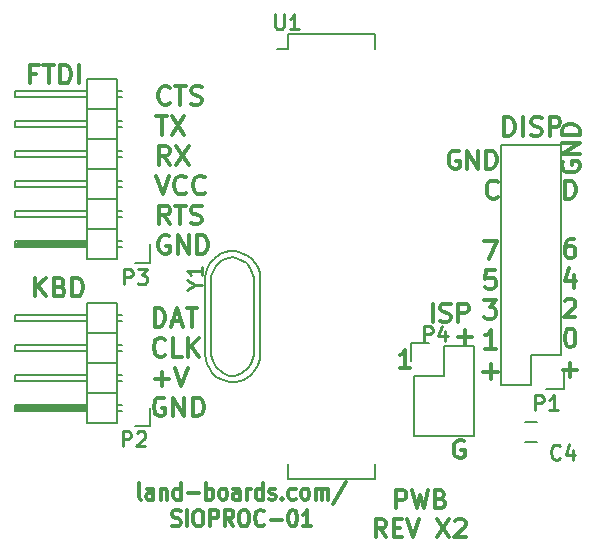
<source format=gto>
G04 #@! TF.FileFunction,Legend,Top*
%FSLAX46Y46*%
G04 Gerber Fmt 4.6, Leading zero omitted, Abs format (unit mm)*
G04 Created by KiCad (PCBNEW 4.0.1-stable) date 12/26/2016 4:33:45 PM*
%MOMM*%
G01*
G04 APERTURE LIST*
%ADD10C,0.150000*%
%ADD11C,0.304800*%
%ADD12C,0.254000*%
G04 APERTURE END LIST*
D10*
D11*
X191298286Y-109909429D02*
X191298286Y-108385429D01*
X191951429Y-109836857D02*
X192169143Y-109909429D01*
X192532000Y-109909429D01*
X192677143Y-109836857D01*
X192749714Y-109764286D01*
X192822286Y-109619143D01*
X192822286Y-109474000D01*
X192749714Y-109328857D01*
X192677143Y-109256286D01*
X192532000Y-109183714D01*
X192241714Y-109111143D01*
X192096572Y-109038571D01*
X192024000Y-108966000D01*
X191951429Y-108820857D01*
X191951429Y-108675714D01*
X192024000Y-108530571D01*
X192096572Y-108458000D01*
X192241714Y-108385429D01*
X192604572Y-108385429D01*
X192822286Y-108458000D01*
X193475429Y-109909429D02*
X193475429Y-108385429D01*
X194056001Y-108385429D01*
X194201143Y-108458000D01*
X194273715Y-108530571D01*
X194346286Y-108675714D01*
X194346286Y-108893429D01*
X194273715Y-109038571D01*
X194201143Y-109111143D01*
X194056001Y-109183714D01*
X193475429Y-109183714D01*
X193475429Y-111233857D02*
X194636572Y-111233857D01*
X194056001Y-111814429D02*
X194056001Y-110653286D01*
X193947143Y-120015000D02*
X193802000Y-119942429D01*
X193584286Y-119942429D01*
X193366571Y-120015000D01*
X193221429Y-120160143D01*
X193148857Y-120305286D01*
X193076286Y-120595571D01*
X193076286Y-120813286D01*
X193148857Y-121103571D01*
X193221429Y-121248714D01*
X193366571Y-121393857D01*
X193584286Y-121466429D01*
X193729429Y-121466429D01*
X193947143Y-121393857D01*
X194019714Y-121321286D01*
X194019714Y-120813286D01*
X193729429Y-120813286D01*
X189411429Y-113846429D02*
X188540572Y-113846429D01*
X188976000Y-113846429D02*
X188976000Y-112322429D01*
X188830857Y-112540143D01*
X188685715Y-112685286D01*
X188540572Y-112757857D01*
X193529858Y-95504000D02*
X193384715Y-95431429D01*
X193167001Y-95431429D01*
X192949286Y-95504000D01*
X192804144Y-95649143D01*
X192731572Y-95794286D01*
X192659001Y-96084571D01*
X192659001Y-96302286D01*
X192731572Y-96592571D01*
X192804144Y-96737714D01*
X192949286Y-96882857D01*
X193167001Y-96955429D01*
X193312144Y-96955429D01*
X193529858Y-96882857D01*
X193602429Y-96810286D01*
X193602429Y-96302286D01*
X193312144Y-96302286D01*
X194255572Y-96955429D02*
X194255572Y-95431429D01*
X195126429Y-96955429D01*
X195126429Y-95431429D01*
X195852143Y-96955429D02*
X195852143Y-95431429D01*
X196215000Y-95431429D01*
X196432715Y-95504000D01*
X196577857Y-95649143D01*
X196650429Y-95794286D01*
X196723000Y-96084571D01*
X196723000Y-96302286D01*
X196650429Y-96592571D01*
X196577857Y-96737714D01*
X196432715Y-96882857D01*
X196215000Y-96955429D01*
X195852143Y-96955429D01*
X167763976Y-110338205D02*
X167763976Y-108750705D01*
X168141952Y-108750705D01*
X168368738Y-108826300D01*
X168519929Y-108977490D01*
X168595524Y-109128681D01*
X168671119Y-109431062D01*
X168671119Y-109657848D01*
X168595524Y-109960229D01*
X168519929Y-110111419D01*
X168368738Y-110262610D01*
X168141952Y-110338205D01*
X167763976Y-110338205D01*
X169275881Y-109884633D02*
X170031833Y-109884633D01*
X169124690Y-110338205D02*
X169653857Y-108750705D01*
X170183024Y-110338205D01*
X170485404Y-108750705D02*
X171392547Y-108750705D01*
X170938976Y-110338205D02*
X170938976Y-108750705D01*
X168671119Y-112714314D02*
X168595524Y-112789910D01*
X168368738Y-112865505D01*
X168217548Y-112865505D01*
X167990762Y-112789910D01*
X167839571Y-112638719D01*
X167763976Y-112487529D01*
X167688381Y-112185148D01*
X167688381Y-111958362D01*
X167763976Y-111655981D01*
X167839571Y-111504790D01*
X167990762Y-111353600D01*
X168217548Y-111278005D01*
X168368738Y-111278005D01*
X168595524Y-111353600D01*
X168671119Y-111429195D01*
X170107429Y-112865505D02*
X169351476Y-112865505D01*
X169351476Y-111278005D01*
X170636595Y-112865505D02*
X170636595Y-111278005D01*
X171543738Y-112865505D02*
X170863381Y-111958362D01*
X171543738Y-111278005D02*
X170636595Y-112185148D01*
X167763976Y-114788043D02*
X168973500Y-114788043D01*
X168368738Y-115392805D02*
X168368738Y-114183281D01*
X169502666Y-113805305D02*
X170031833Y-115392805D01*
X170561000Y-113805305D01*
X168595524Y-116408200D02*
X168444333Y-116332605D01*
X168217548Y-116332605D01*
X167990762Y-116408200D01*
X167839571Y-116559390D01*
X167763976Y-116710581D01*
X167688381Y-117012962D01*
X167688381Y-117239748D01*
X167763976Y-117542129D01*
X167839571Y-117693319D01*
X167990762Y-117844510D01*
X168217548Y-117920105D01*
X168368738Y-117920105D01*
X168595524Y-117844510D01*
X168671119Y-117768914D01*
X168671119Y-117239748D01*
X168368738Y-117239748D01*
X169351476Y-117920105D02*
X169351476Y-116332605D01*
X170258619Y-117920105D01*
X170258619Y-116332605D01*
X171014571Y-117920105D02*
X171014571Y-116332605D01*
X171392547Y-116332605D01*
X171619333Y-116408200D01*
X171770524Y-116559390D01*
X171846119Y-116710581D01*
X171921714Y-117012962D01*
X171921714Y-117239748D01*
X171846119Y-117542129D01*
X171770524Y-117693319D01*
X171619333Y-117844510D01*
X171392547Y-117920105D01*
X171014571Y-117920105D01*
X197354976Y-94190155D02*
X197354976Y-92602655D01*
X197732952Y-92602655D01*
X197959738Y-92678250D01*
X198110929Y-92829440D01*
X198186524Y-92980631D01*
X198262119Y-93283012D01*
X198262119Y-93509798D01*
X198186524Y-93812179D01*
X198110929Y-93963369D01*
X197959738Y-94114560D01*
X197732952Y-94190155D01*
X197354976Y-94190155D01*
X198942476Y-94190155D02*
X198942476Y-92602655D01*
X199622833Y-94114560D02*
X199849619Y-94190155D01*
X200227595Y-94190155D01*
X200378785Y-94114560D01*
X200454381Y-94038964D01*
X200529976Y-93887774D01*
X200529976Y-93736583D01*
X200454381Y-93585393D01*
X200378785Y-93509798D01*
X200227595Y-93434202D01*
X199925214Y-93358607D01*
X199774023Y-93283012D01*
X199698428Y-93207417D01*
X199622833Y-93056226D01*
X199622833Y-92905036D01*
X199698428Y-92753845D01*
X199774023Y-92678250D01*
X199925214Y-92602655D01*
X200303190Y-92602655D01*
X200529976Y-92678250D01*
X201210333Y-94190155D02*
X201210333Y-92602655D01*
X201815095Y-92602655D01*
X201966286Y-92678250D01*
X202041881Y-92753845D01*
X202117476Y-92905036D01*
X202117476Y-93131821D01*
X202041881Y-93283012D01*
X201966286Y-93358607D01*
X201815095Y-93434202D01*
X201210333Y-93434202D01*
X157635726Y-107779155D02*
X157635726Y-106191655D01*
X158542869Y-107779155D02*
X157862512Y-106872012D01*
X158542869Y-106191655D02*
X157635726Y-107098798D01*
X159752393Y-106947607D02*
X159979179Y-107023202D01*
X160054774Y-107098798D01*
X160130369Y-107249988D01*
X160130369Y-107476774D01*
X160054774Y-107627964D01*
X159979179Y-107703560D01*
X159827988Y-107779155D01*
X159223226Y-107779155D01*
X159223226Y-106191655D01*
X159752393Y-106191655D01*
X159903583Y-106267250D01*
X159979179Y-106342845D01*
X160054774Y-106494036D01*
X160054774Y-106645226D01*
X159979179Y-106796417D01*
X159903583Y-106872012D01*
X159752393Y-106947607D01*
X159223226Y-106947607D01*
X160810726Y-107779155D02*
X160810726Y-106191655D01*
X161188702Y-106191655D01*
X161415488Y-106267250D01*
X161566679Y-106418440D01*
X161642274Y-106569631D01*
X161717869Y-106872012D01*
X161717869Y-107098798D01*
X161642274Y-107401179D01*
X161566679Y-107552369D01*
X161415488Y-107703560D01*
X161188702Y-107779155D01*
X160810726Y-107779155D01*
X157752143Y-88913607D02*
X157222976Y-88913607D01*
X157222976Y-89745155D02*
X157222976Y-88157655D01*
X157978929Y-88157655D01*
X158356904Y-88157655D02*
X159264047Y-88157655D01*
X158810476Y-89745155D02*
X158810476Y-88157655D01*
X159793214Y-89745155D02*
X159793214Y-88157655D01*
X160171190Y-88157655D01*
X160397976Y-88233250D01*
X160549167Y-88384440D01*
X160624762Y-88535631D01*
X160700357Y-88838012D01*
X160700357Y-89064798D01*
X160624762Y-89367179D01*
X160549167Y-89518369D01*
X160397976Y-89669560D01*
X160171190Y-89745155D01*
X159793214Y-89745155D01*
X161380714Y-89745155D02*
X161380714Y-88157655D01*
X169052119Y-91403714D02*
X168976524Y-91479310D01*
X168749738Y-91554905D01*
X168598548Y-91554905D01*
X168371762Y-91479310D01*
X168220571Y-91328119D01*
X168144976Y-91176929D01*
X168069381Y-90874548D01*
X168069381Y-90647762D01*
X168144976Y-90345381D01*
X168220571Y-90194190D01*
X168371762Y-90043000D01*
X168598548Y-89967405D01*
X168749738Y-89967405D01*
X168976524Y-90043000D01*
X169052119Y-90118595D01*
X169505690Y-89967405D02*
X170412833Y-89967405D01*
X169959262Y-91554905D02*
X169959262Y-89967405D01*
X170866405Y-91479310D02*
X171093191Y-91554905D01*
X171471167Y-91554905D01*
X171622357Y-91479310D01*
X171697953Y-91403714D01*
X171773548Y-91252524D01*
X171773548Y-91101333D01*
X171697953Y-90950143D01*
X171622357Y-90874548D01*
X171471167Y-90798952D01*
X171168786Y-90723357D01*
X171017595Y-90647762D01*
X170942000Y-90572167D01*
X170866405Y-90420976D01*
X170866405Y-90269786D01*
X170942000Y-90118595D01*
X171017595Y-90043000D01*
X171168786Y-89967405D01*
X171546762Y-89967405D01*
X171773548Y-90043000D01*
X167918190Y-92494705D02*
X168825333Y-92494705D01*
X168371762Y-94082205D02*
X168371762Y-92494705D01*
X169203310Y-92494705D02*
X170261643Y-94082205D01*
X170261643Y-92494705D02*
X169203310Y-94082205D01*
X169052119Y-96609505D02*
X168522952Y-95853552D01*
X168144976Y-96609505D02*
X168144976Y-95022005D01*
X168749738Y-95022005D01*
X168900929Y-95097600D01*
X168976524Y-95173195D01*
X169052119Y-95324386D01*
X169052119Y-95551171D01*
X168976524Y-95702362D01*
X168900929Y-95777957D01*
X168749738Y-95853552D01*
X168144976Y-95853552D01*
X169581286Y-95022005D02*
X170639619Y-96609505D01*
X170639619Y-95022005D02*
X169581286Y-96609505D01*
X167918190Y-97549305D02*
X168447357Y-99136805D01*
X168976524Y-97549305D01*
X170412833Y-98985614D02*
X170337238Y-99061210D01*
X170110452Y-99136805D01*
X169959262Y-99136805D01*
X169732476Y-99061210D01*
X169581285Y-98910019D01*
X169505690Y-98758829D01*
X169430095Y-98456448D01*
X169430095Y-98229662D01*
X169505690Y-97927281D01*
X169581285Y-97776090D01*
X169732476Y-97624900D01*
X169959262Y-97549305D01*
X170110452Y-97549305D01*
X170337238Y-97624900D01*
X170412833Y-97700495D01*
X172000333Y-98985614D02*
X171924738Y-99061210D01*
X171697952Y-99136805D01*
X171546762Y-99136805D01*
X171319976Y-99061210D01*
X171168785Y-98910019D01*
X171093190Y-98758829D01*
X171017595Y-98456448D01*
X171017595Y-98229662D01*
X171093190Y-97927281D01*
X171168785Y-97776090D01*
X171319976Y-97624900D01*
X171546762Y-97549305D01*
X171697952Y-97549305D01*
X171924738Y-97624900D01*
X172000333Y-97700495D01*
X169052119Y-101664105D02*
X168522952Y-100908152D01*
X168144976Y-101664105D02*
X168144976Y-100076605D01*
X168749738Y-100076605D01*
X168900929Y-100152200D01*
X168976524Y-100227795D01*
X169052119Y-100378986D01*
X169052119Y-100605771D01*
X168976524Y-100756962D01*
X168900929Y-100832557D01*
X168749738Y-100908152D01*
X168144976Y-100908152D01*
X169505690Y-100076605D02*
X170412833Y-100076605D01*
X169959262Y-101664105D02*
X169959262Y-100076605D01*
X170866405Y-101588510D02*
X171093191Y-101664105D01*
X171471167Y-101664105D01*
X171622357Y-101588510D01*
X171697953Y-101512914D01*
X171773548Y-101361724D01*
X171773548Y-101210533D01*
X171697953Y-101059343D01*
X171622357Y-100983748D01*
X171471167Y-100908152D01*
X171168786Y-100832557D01*
X171017595Y-100756962D01*
X170942000Y-100681367D01*
X170866405Y-100530176D01*
X170866405Y-100378986D01*
X170942000Y-100227795D01*
X171017595Y-100152200D01*
X171168786Y-100076605D01*
X171546762Y-100076605D01*
X171773548Y-100152200D01*
X168976524Y-102679500D02*
X168825333Y-102603905D01*
X168598548Y-102603905D01*
X168371762Y-102679500D01*
X168220571Y-102830690D01*
X168144976Y-102981881D01*
X168069381Y-103284262D01*
X168069381Y-103511048D01*
X168144976Y-103813429D01*
X168220571Y-103964619D01*
X168371762Y-104115810D01*
X168598548Y-104191405D01*
X168749738Y-104191405D01*
X168976524Y-104115810D01*
X169052119Y-104040214D01*
X169052119Y-103511048D01*
X168749738Y-103511048D01*
X169732476Y-104191405D02*
X169732476Y-102603905D01*
X170639619Y-104191405D01*
X170639619Y-102603905D01*
X171395571Y-104191405D02*
X171395571Y-102603905D01*
X171773547Y-102603905D01*
X172000333Y-102679500D01*
X172151524Y-102830690D01*
X172227119Y-102981881D01*
X172302714Y-103284262D01*
X172302714Y-103511048D01*
X172227119Y-103813429D01*
X172151524Y-103964619D01*
X172000333Y-104115810D01*
X171773547Y-104191405D01*
X171395571Y-104191405D01*
X202546857Y-99495429D02*
X202546857Y-97971429D01*
X202909714Y-97971429D01*
X203127429Y-98044000D01*
X203272571Y-98189143D01*
X203345143Y-98334286D01*
X203417714Y-98624571D01*
X203417714Y-98842286D01*
X203345143Y-99132571D01*
X203272571Y-99277714D01*
X203127429Y-99422857D01*
X202909714Y-99495429D01*
X202546857Y-99495429D01*
X195685834Y-103042055D02*
X196744167Y-103042055D01*
X196063810Y-104629555D01*
X196592977Y-105569355D02*
X195837024Y-105569355D01*
X195761429Y-106325307D01*
X195837024Y-106249712D01*
X195988215Y-106174117D01*
X196366191Y-106174117D01*
X196517381Y-106249712D01*
X196592977Y-106325307D01*
X196668572Y-106476498D01*
X196668572Y-106854474D01*
X196592977Y-107005664D01*
X196517381Y-107081260D01*
X196366191Y-107156855D01*
X195988215Y-107156855D01*
X195837024Y-107081260D01*
X195761429Y-107005664D01*
X195685834Y-108096655D02*
X196668572Y-108096655D01*
X196139405Y-108701417D01*
X196366191Y-108701417D01*
X196517381Y-108777012D01*
X196592977Y-108852607D01*
X196668572Y-109003798D01*
X196668572Y-109381774D01*
X196592977Y-109532964D01*
X196517381Y-109608560D01*
X196366191Y-109684155D01*
X195912619Y-109684155D01*
X195761429Y-109608560D01*
X195685834Y-109532964D01*
X196668572Y-112211455D02*
X195761429Y-112211455D01*
X196215000Y-112211455D02*
X196215000Y-110623955D01*
X196063810Y-110850740D01*
X195912619Y-111001931D01*
X195761429Y-111077526D01*
X195610238Y-114133993D02*
X196819762Y-114133993D01*
X196215000Y-114738755D02*
X196215000Y-113529231D01*
X203248381Y-102915055D02*
X202946000Y-102915055D01*
X202794810Y-102990650D01*
X202719215Y-103066245D01*
X202568024Y-103293031D01*
X202492429Y-103595412D01*
X202492429Y-104200174D01*
X202568024Y-104351364D01*
X202643619Y-104426960D01*
X202794810Y-104502555D01*
X203097191Y-104502555D01*
X203248381Y-104426960D01*
X203323977Y-104351364D01*
X203399572Y-104200174D01*
X203399572Y-103822198D01*
X203323977Y-103671007D01*
X203248381Y-103595412D01*
X203097191Y-103519817D01*
X202794810Y-103519817D01*
X202643619Y-103595412D01*
X202568024Y-103671007D01*
X202492429Y-103822198D01*
X203248381Y-105971521D02*
X203248381Y-107029855D01*
X202870405Y-105366760D02*
X202492429Y-106500688D01*
X203475167Y-106500688D01*
X202492429Y-108120845D02*
X202568024Y-108045250D01*
X202719215Y-107969655D01*
X203097191Y-107969655D01*
X203248381Y-108045250D01*
X203323977Y-108120845D01*
X203399572Y-108272036D01*
X203399572Y-108423226D01*
X203323977Y-108650012D01*
X202416834Y-109557155D01*
X203399572Y-109557155D01*
X202870405Y-110496955D02*
X203021596Y-110496955D01*
X203172786Y-110572550D01*
X203248381Y-110648145D01*
X203323977Y-110799336D01*
X203399572Y-111101717D01*
X203399572Y-111479693D01*
X203323977Y-111782074D01*
X203248381Y-111933264D01*
X203172786Y-112008860D01*
X203021596Y-112084455D01*
X202870405Y-112084455D01*
X202719215Y-112008860D01*
X202643619Y-111933264D01*
X202568024Y-111782074D01*
X202492429Y-111479693D01*
X202492429Y-111101717D01*
X202568024Y-110799336D01*
X202643619Y-110648145D01*
X202719215Y-110572550D01*
X202870405Y-110496955D01*
X202341238Y-114006993D02*
X203550762Y-114006993D01*
X202946000Y-114611755D02*
X202946000Y-113402231D01*
X196813714Y-99350286D02*
X196741143Y-99422857D01*
X196523429Y-99495429D01*
X196378286Y-99495429D01*
X196160571Y-99422857D01*
X196015429Y-99277714D01*
X195942857Y-99132571D01*
X195870286Y-98842286D01*
X195870286Y-98624571D01*
X195942857Y-98334286D01*
X196015429Y-98189143D01*
X196160571Y-98044000D01*
X196378286Y-97971429D01*
X196523429Y-97971429D01*
X196741143Y-98044000D01*
X196813714Y-98116571D01*
X202311000Y-96411142D02*
X202238429Y-96556285D01*
X202238429Y-96773999D01*
X202311000Y-96991714D01*
X202456143Y-97136856D01*
X202601286Y-97209428D01*
X202891571Y-97281999D01*
X203109286Y-97281999D01*
X203399571Y-97209428D01*
X203544714Y-97136856D01*
X203689857Y-96991714D01*
X203762429Y-96773999D01*
X203762429Y-96628856D01*
X203689857Y-96411142D01*
X203617286Y-96338571D01*
X203109286Y-96338571D01*
X203109286Y-96628856D01*
X203762429Y-95685428D02*
X202238429Y-95685428D01*
X203762429Y-94814571D01*
X202238429Y-94814571D01*
X203762429Y-94088857D02*
X202238429Y-94088857D01*
X202238429Y-93726000D01*
X202311000Y-93508285D01*
X202456143Y-93363143D01*
X202601286Y-93290571D01*
X202891571Y-93218000D01*
X203109286Y-93218000D01*
X203399571Y-93290571D01*
X203544714Y-93363143D01*
X203689857Y-93508285D01*
X203762429Y-93726000D01*
X203762429Y-94088857D01*
X166636095Y-124977676D02*
X166515142Y-124911152D01*
X166454666Y-124778105D01*
X166454666Y-123580676D01*
X167664190Y-124977676D02*
X167664190Y-124245914D01*
X167603713Y-124112867D01*
X167482761Y-124046343D01*
X167240856Y-124046343D01*
X167119904Y-124112867D01*
X167664190Y-124911152D02*
X167543237Y-124977676D01*
X167240856Y-124977676D01*
X167119904Y-124911152D01*
X167059428Y-124778105D01*
X167059428Y-124645057D01*
X167119904Y-124512010D01*
X167240856Y-124445486D01*
X167543237Y-124445486D01*
X167664190Y-124378962D01*
X168268952Y-124046343D02*
X168268952Y-124977676D01*
X168268952Y-124179390D02*
X168329428Y-124112867D01*
X168450381Y-124046343D01*
X168631809Y-124046343D01*
X168752761Y-124112867D01*
X168813238Y-124245914D01*
X168813238Y-124977676D01*
X169962286Y-124977676D02*
X169962286Y-123580676D01*
X169962286Y-124911152D02*
X169841333Y-124977676D01*
X169599429Y-124977676D01*
X169478476Y-124911152D01*
X169418000Y-124844629D01*
X169357524Y-124711581D01*
X169357524Y-124312438D01*
X169418000Y-124179390D01*
X169478476Y-124112867D01*
X169599429Y-124046343D01*
X169841333Y-124046343D01*
X169962286Y-124112867D01*
X170567048Y-124445486D02*
X171534667Y-124445486D01*
X172139429Y-124977676D02*
X172139429Y-123580676D01*
X172139429Y-124112867D02*
X172260381Y-124046343D01*
X172502286Y-124046343D01*
X172623238Y-124112867D01*
X172683715Y-124179390D01*
X172744191Y-124312438D01*
X172744191Y-124711581D01*
X172683715Y-124844629D01*
X172623238Y-124911152D01*
X172502286Y-124977676D01*
X172260381Y-124977676D01*
X172139429Y-124911152D01*
X173469906Y-124977676D02*
X173348953Y-124911152D01*
X173288477Y-124844629D01*
X173228001Y-124711581D01*
X173228001Y-124312438D01*
X173288477Y-124179390D01*
X173348953Y-124112867D01*
X173469906Y-124046343D01*
X173651334Y-124046343D01*
X173772286Y-124112867D01*
X173832763Y-124179390D01*
X173893239Y-124312438D01*
X173893239Y-124711581D01*
X173832763Y-124844629D01*
X173772286Y-124911152D01*
X173651334Y-124977676D01*
X173469906Y-124977676D01*
X174981811Y-124977676D02*
X174981811Y-124245914D01*
X174921334Y-124112867D01*
X174800382Y-124046343D01*
X174558477Y-124046343D01*
X174437525Y-124112867D01*
X174981811Y-124911152D02*
X174860858Y-124977676D01*
X174558477Y-124977676D01*
X174437525Y-124911152D01*
X174377049Y-124778105D01*
X174377049Y-124645057D01*
X174437525Y-124512010D01*
X174558477Y-124445486D01*
X174860858Y-124445486D01*
X174981811Y-124378962D01*
X175586573Y-124977676D02*
X175586573Y-124046343D01*
X175586573Y-124312438D02*
X175647049Y-124179390D01*
X175707525Y-124112867D01*
X175828478Y-124046343D01*
X175949430Y-124046343D01*
X176917049Y-124977676D02*
X176917049Y-123580676D01*
X176917049Y-124911152D02*
X176796096Y-124977676D01*
X176554192Y-124977676D01*
X176433239Y-124911152D01*
X176372763Y-124844629D01*
X176312287Y-124711581D01*
X176312287Y-124312438D01*
X176372763Y-124179390D01*
X176433239Y-124112867D01*
X176554192Y-124046343D01*
X176796096Y-124046343D01*
X176917049Y-124112867D01*
X177461335Y-124911152D02*
X177582287Y-124977676D01*
X177824192Y-124977676D01*
X177945144Y-124911152D01*
X178005620Y-124778105D01*
X178005620Y-124711581D01*
X177945144Y-124578533D01*
X177824192Y-124512010D01*
X177642763Y-124512010D01*
X177521811Y-124445486D01*
X177461335Y-124312438D01*
X177461335Y-124245914D01*
X177521811Y-124112867D01*
X177642763Y-124046343D01*
X177824192Y-124046343D01*
X177945144Y-124112867D01*
X178549906Y-124844629D02*
X178610382Y-124911152D01*
X178549906Y-124977676D01*
X178489430Y-124911152D01*
X178549906Y-124844629D01*
X178549906Y-124977676D01*
X179698954Y-124911152D02*
X179578001Y-124977676D01*
X179336097Y-124977676D01*
X179215144Y-124911152D01*
X179154668Y-124844629D01*
X179094192Y-124711581D01*
X179094192Y-124312438D01*
X179154668Y-124179390D01*
X179215144Y-124112867D01*
X179336097Y-124046343D01*
X179578001Y-124046343D01*
X179698954Y-124112867D01*
X180424668Y-124977676D02*
X180303715Y-124911152D01*
X180243239Y-124844629D01*
X180182763Y-124711581D01*
X180182763Y-124312438D01*
X180243239Y-124179390D01*
X180303715Y-124112867D01*
X180424668Y-124046343D01*
X180606096Y-124046343D01*
X180727048Y-124112867D01*
X180787525Y-124179390D01*
X180848001Y-124312438D01*
X180848001Y-124711581D01*
X180787525Y-124844629D01*
X180727048Y-124911152D01*
X180606096Y-124977676D01*
X180424668Y-124977676D01*
X181392287Y-124977676D02*
X181392287Y-124046343D01*
X181392287Y-124179390D02*
X181452763Y-124112867D01*
X181573716Y-124046343D01*
X181755144Y-124046343D01*
X181876096Y-124112867D01*
X181936573Y-124245914D01*
X181936573Y-124977676D01*
X181936573Y-124245914D02*
X181997049Y-124112867D01*
X182118001Y-124046343D01*
X182299430Y-124046343D01*
X182420382Y-124112867D01*
X182480858Y-124245914D01*
X182480858Y-124977676D01*
X183992763Y-123514152D02*
X182904191Y-125310295D01*
X169236572Y-127171752D02*
X169418000Y-127238276D01*
X169720381Y-127238276D01*
X169841334Y-127171752D01*
X169901810Y-127105229D01*
X169962286Y-126972181D01*
X169962286Y-126839133D01*
X169901810Y-126706086D01*
X169841334Y-126639562D01*
X169720381Y-126573038D01*
X169478477Y-126506514D01*
X169357524Y-126439990D01*
X169297048Y-126373467D01*
X169236572Y-126240419D01*
X169236572Y-126107371D01*
X169297048Y-125974324D01*
X169357524Y-125907800D01*
X169478477Y-125841276D01*
X169780857Y-125841276D01*
X169962286Y-125907800D01*
X170506572Y-127238276D02*
X170506572Y-125841276D01*
X171353239Y-125841276D02*
X171595143Y-125841276D01*
X171716096Y-125907800D01*
X171837048Y-126040848D01*
X171897524Y-126306943D01*
X171897524Y-126772610D01*
X171837048Y-127038705D01*
X171716096Y-127171752D01*
X171595143Y-127238276D01*
X171353239Y-127238276D01*
X171232286Y-127171752D01*
X171111334Y-127038705D01*
X171050858Y-126772610D01*
X171050858Y-126306943D01*
X171111334Y-126040848D01*
X171232286Y-125907800D01*
X171353239Y-125841276D01*
X172441810Y-127238276D02*
X172441810Y-125841276D01*
X172925619Y-125841276D01*
X173046572Y-125907800D01*
X173107048Y-125974324D01*
X173167524Y-126107371D01*
X173167524Y-126306943D01*
X173107048Y-126439990D01*
X173046572Y-126506514D01*
X172925619Y-126573038D01*
X172441810Y-126573038D01*
X174437524Y-127238276D02*
X174014191Y-126573038D01*
X173711810Y-127238276D02*
X173711810Y-125841276D01*
X174195619Y-125841276D01*
X174316572Y-125907800D01*
X174377048Y-125974324D01*
X174437524Y-126107371D01*
X174437524Y-126306943D01*
X174377048Y-126439990D01*
X174316572Y-126506514D01*
X174195619Y-126573038D01*
X173711810Y-126573038D01*
X175223715Y-125841276D02*
X175465619Y-125841276D01*
X175586572Y-125907800D01*
X175707524Y-126040848D01*
X175768000Y-126306943D01*
X175768000Y-126772610D01*
X175707524Y-127038705D01*
X175586572Y-127171752D01*
X175465619Y-127238276D01*
X175223715Y-127238276D01*
X175102762Y-127171752D01*
X174981810Y-127038705D01*
X174921334Y-126772610D01*
X174921334Y-126306943D01*
X174981810Y-126040848D01*
X175102762Y-125907800D01*
X175223715Y-125841276D01*
X177038000Y-127105229D02*
X176977524Y-127171752D01*
X176796095Y-127238276D01*
X176675143Y-127238276D01*
X176493715Y-127171752D01*
X176372762Y-127038705D01*
X176312286Y-126905657D01*
X176251810Y-126639562D01*
X176251810Y-126439990D01*
X176312286Y-126173895D01*
X176372762Y-126040848D01*
X176493715Y-125907800D01*
X176675143Y-125841276D01*
X176796095Y-125841276D01*
X176977524Y-125907800D01*
X177038000Y-125974324D01*
X177582286Y-126706086D02*
X178549905Y-126706086D01*
X179396572Y-125841276D02*
X179517524Y-125841276D01*
X179638476Y-125907800D01*
X179698953Y-125974324D01*
X179759429Y-126107371D01*
X179819905Y-126373467D01*
X179819905Y-126706086D01*
X179759429Y-126972181D01*
X179698953Y-127105229D01*
X179638476Y-127171752D01*
X179517524Y-127238276D01*
X179396572Y-127238276D01*
X179275619Y-127171752D01*
X179215143Y-127105229D01*
X179154667Y-126972181D01*
X179094191Y-126706086D01*
X179094191Y-126373467D01*
X179154667Y-126107371D01*
X179215143Y-125974324D01*
X179275619Y-125907800D01*
X179396572Y-125841276D01*
X181029429Y-127238276D02*
X180303715Y-127238276D01*
X180666572Y-127238276D02*
X180666572Y-125841276D01*
X180545620Y-126040848D01*
X180424667Y-126173895D01*
X180303715Y-126240419D01*
X188214000Y-125708229D02*
X188214000Y-124184229D01*
X188794572Y-124184229D01*
X188939714Y-124256800D01*
X189012286Y-124329371D01*
X189084857Y-124474514D01*
X189084857Y-124692229D01*
X189012286Y-124837371D01*
X188939714Y-124909943D01*
X188794572Y-124982514D01*
X188214000Y-124982514D01*
X189592857Y-124184229D02*
X189955714Y-125708229D01*
X190246000Y-124619657D01*
X190536286Y-125708229D01*
X190899143Y-124184229D01*
X191987714Y-124909943D02*
X192205428Y-124982514D01*
X192278000Y-125055086D01*
X192350571Y-125200229D01*
X192350571Y-125417943D01*
X192278000Y-125563086D01*
X192205428Y-125635657D01*
X192060286Y-125708229D01*
X191479714Y-125708229D01*
X191479714Y-124184229D01*
X191987714Y-124184229D01*
X192132857Y-124256800D01*
X192205428Y-124329371D01*
X192278000Y-124474514D01*
X192278000Y-124619657D01*
X192205428Y-124764800D01*
X192132857Y-124837371D01*
X191987714Y-124909943D01*
X191479714Y-124909943D01*
X187343142Y-128146629D02*
X186835142Y-127420914D01*
X186472285Y-128146629D02*
X186472285Y-126622629D01*
X187052857Y-126622629D01*
X187197999Y-126695200D01*
X187270571Y-126767771D01*
X187343142Y-126912914D01*
X187343142Y-127130629D01*
X187270571Y-127275771D01*
X187197999Y-127348343D01*
X187052857Y-127420914D01*
X186472285Y-127420914D01*
X187996285Y-127348343D02*
X188504285Y-127348343D01*
X188721999Y-128146629D02*
X187996285Y-128146629D01*
X187996285Y-126622629D01*
X188721999Y-126622629D01*
X189157428Y-126622629D02*
X189665428Y-128146629D01*
X190173428Y-126622629D01*
X191697428Y-126622629D02*
X192713428Y-128146629D01*
X192713428Y-126622629D02*
X191697428Y-128146629D01*
X193221429Y-126767771D02*
X193294000Y-126695200D01*
X193439143Y-126622629D01*
X193802000Y-126622629D01*
X193947143Y-126695200D01*
X194019714Y-126767771D01*
X194092286Y-126912914D01*
X194092286Y-127058057D01*
X194019714Y-127275771D01*
X193148857Y-128146629D01*
X194092286Y-128146629D01*
D10*
X197104000Y-94996000D02*
X197104000Y-115316000D01*
X202184000Y-112776000D02*
X202184000Y-94996000D01*
X197104000Y-94996000D02*
X202184000Y-94996000D01*
X197104000Y-115316000D02*
X199644000Y-115316000D01*
X200914000Y-115596000D02*
X202464000Y-115596000D01*
X199644000Y-115316000D02*
X199644000Y-112776000D01*
X199644000Y-112776000D02*
X202184000Y-112776000D01*
X202464000Y-115596000D02*
X202464000Y-114046000D01*
X179078000Y-85589000D02*
X179078000Y-86859000D01*
X186428000Y-85589000D02*
X186428000Y-86859000D01*
X186428000Y-123199000D02*
X186428000Y-121929000D01*
X179078000Y-123199000D02*
X179078000Y-121929000D01*
X179078000Y-85589000D02*
X186428000Y-85589000D01*
X179078000Y-123199000D02*
X186428000Y-123199000D01*
X179078000Y-86859000D02*
X178143000Y-86859000D01*
X173370240Y-104775000D02*
X173771560Y-104574340D01*
X173771560Y-104574340D02*
X174371000Y-104472740D01*
X174371000Y-104472740D02*
X174871380Y-104574340D01*
X174871380Y-104574340D02*
X175569880Y-104973120D01*
X175569880Y-104973120D02*
X175971200Y-105575100D01*
X175971200Y-105575100D02*
X176171860Y-106174540D01*
X176171860Y-106174540D02*
X176171860Y-112773460D01*
X176171860Y-112773460D02*
X175971200Y-113474500D01*
X175971200Y-113474500D02*
X175671480Y-113873280D01*
X175671480Y-113873280D02*
X175171100Y-114274600D01*
X175171100Y-114274600D02*
X174571660Y-114475260D01*
X174571660Y-114475260D02*
X174071280Y-114475260D01*
X174071280Y-114475260D02*
X173570900Y-114274600D01*
X173570900Y-114274600D02*
X172971460Y-113774220D01*
X172971460Y-113774220D02*
X172671740Y-113273840D01*
X172671740Y-113273840D02*
X172570140Y-112773460D01*
X172570140Y-112674400D02*
X172570140Y-106072940D01*
X172570140Y-106072940D02*
X172671740Y-105674160D01*
X172671740Y-105674160D02*
X172971460Y-105173780D01*
X172971460Y-105173780D02*
X173471840Y-104673400D01*
X172041820Y-112664240D02*
X172090080Y-113123980D01*
X172090080Y-113123980D02*
X172201840Y-113522760D01*
X172201840Y-113522760D02*
X172420280Y-113954560D01*
X172420280Y-113954560D02*
X172651420Y-114244120D01*
X172651420Y-114244120D02*
X173001940Y-114574320D01*
X173001940Y-114574320D02*
X173540420Y-114863880D01*
X173540420Y-114863880D02*
X174139860Y-114993420D01*
X174139860Y-114993420D02*
X174650400Y-114993420D01*
X174650400Y-114993420D02*
X175351440Y-114823240D01*
X175351440Y-114823240D02*
X175940720Y-114424460D01*
X175940720Y-114424460D02*
X176311560Y-113964720D01*
X176311560Y-113964720D02*
X176519840Y-113543080D01*
X176519840Y-113543080D02*
X176679860Y-113093500D01*
X176679860Y-113093500D02*
X176710340Y-112654080D01*
X176491900Y-105313480D02*
X176270920Y-104935020D01*
X176270920Y-104935020D02*
X175991520Y-104614980D01*
X175991520Y-104614980D02*
X175661320Y-104363520D01*
X175661320Y-104363520D02*
X175110140Y-104063800D01*
X175110140Y-104063800D02*
X174640240Y-103954580D01*
X174640240Y-103954580D02*
X174180500Y-103934260D01*
X174180500Y-103934260D02*
X173720760Y-104023160D01*
X173720760Y-104023160D02*
X173271180Y-104213660D01*
X173271180Y-104213660D02*
X172801280Y-104574340D01*
X172801280Y-104574340D02*
X172481240Y-104924860D01*
X172481240Y-104924860D02*
X172250100Y-105313480D01*
X172250100Y-105313480D02*
X172110400Y-105742740D01*
X172110400Y-105742740D02*
X172041820Y-106184700D01*
X176700180Y-112674400D02*
X176700180Y-106222800D01*
X176700180Y-106222800D02*
X176662080Y-105803700D01*
X176662080Y-105803700D02*
X176491900Y-105313480D01*
X172041820Y-112674400D02*
X172041820Y-106222800D01*
X200144000Y-118403000D02*
X199144000Y-118403000D01*
X199144000Y-120103000D02*
X200144000Y-120103000D01*
X167416000Y-118771000D02*
X167416000Y-117221000D01*
X166116000Y-118771000D02*
X167416000Y-118771000D01*
X161925000Y-117348000D02*
X156083000Y-117348000D01*
X156083000Y-117348000D02*
X156083000Y-117094000D01*
X156083000Y-117094000D02*
X161925000Y-117094000D01*
X161925000Y-117094000D02*
X161925000Y-117221000D01*
X161925000Y-117221000D02*
X156083000Y-117221000D01*
X164592000Y-117475000D02*
X164973000Y-117475000D01*
X164592000Y-116967000D02*
X164973000Y-116967000D01*
X164592000Y-114935000D02*
X164973000Y-114935000D01*
X164592000Y-114427000D02*
X164973000Y-114427000D01*
X164592000Y-112395000D02*
X164973000Y-112395000D01*
X164592000Y-111887000D02*
X164973000Y-111887000D01*
X164592000Y-109347000D02*
X164973000Y-109347000D01*
X164592000Y-109855000D02*
X164973000Y-109855000D01*
X164592000Y-118491000D02*
X162052000Y-118491000D01*
X164592000Y-115951000D02*
X162052000Y-115951000D01*
X164592000Y-115951000D02*
X164592000Y-113411000D01*
X164592000Y-113411000D02*
X162052000Y-113411000D01*
X162052000Y-114935000D02*
X155956000Y-114935000D01*
X155956000Y-114935000D02*
X155956000Y-114427000D01*
X155956000Y-114427000D02*
X162052000Y-114427000D01*
X162052000Y-113411000D02*
X162052000Y-115951000D01*
X162052000Y-115951000D02*
X162052000Y-118491000D01*
X155956000Y-116967000D02*
X162052000Y-116967000D01*
X155956000Y-117475000D02*
X155956000Y-116967000D01*
X162052000Y-117475000D02*
X155956000Y-117475000D01*
X164592000Y-115951000D02*
X162052000Y-115951000D01*
X164592000Y-118491000D02*
X164592000Y-115951000D01*
X164592000Y-110871000D02*
X162052000Y-110871000D01*
X164592000Y-110871000D02*
X164592000Y-108331000D01*
X164592000Y-108331000D02*
X162052000Y-108331000D01*
X162052000Y-109855000D02*
X155956000Y-109855000D01*
X155956000Y-109855000D02*
X155956000Y-109347000D01*
X155956000Y-109347000D02*
X162052000Y-109347000D01*
X162052000Y-108331000D02*
X162052000Y-110871000D01*
X162052000Y-110871000D02*
X162052000Y-113411000D01*
X155956000Y-111887000D02*
X162052000Y-111887000D01*
X155956000Y-112395000D02*
X155956000Y-111887000D01*
X162052000Y-112395000D02*
X155956000Y-112395000D01*
X164592000Y-110871000D02*
X162052000Y-110871000D01*
X164592000Y-113411000D02*
X164592000Y-110871000D01*
X164592000Y-113411000D02*
X162052000Y-113411000D01*
X167416000Y-104928000D02*
X167416000Y-103378000D01*
X166116000Y-104928000D02*
X167416000Y-104928000D01*
X161925000Y-103505000D02*
X156083000Y-103505000D01*
X156083000Y-103505000D02*
X156083000Y-103251000D01*
X156083000Y-103251000D02*
X161925000Y-103251000D01*
X161925000Y-103251000D02*
X161925000Y-103378000D01*
X161925000Y-103378000D02*
X156083000Y-103378000D01*
X164592000Y-103632000D02*
X164973000Y-103632000D01*
X164592000Y-103124000D02*
X164973000Y-103124000D01*
X164592000Y-101092000D02*
X164973000Y-101092000D01*
X164592000Y-100584000D02*
X164973000Y-100584000D01*
X164592000Y-98552000D02*
X164973000Y-98552000D01*
X164592000Y-98044000D02*
X164973000Y-98044000D01*
X164592000Y-90424000D02*
X164973000Y-90424000D01*
X164592000Y-90932000D02*
X164973000Y-90932000D01*
X164592000Y-92964000D02*
X164973000Y-92964000D01*
X164592000Y-93472000D02*
X164973000Y-93472000D01*
X164592000Y-95504000D02*
X164973000Y-95504000D01*
X164592000Y-96012000D02*
X164973000Y-96012000D01*
X164592000Y-104648000D02*
X162052000Y-104648000D01*
X164592000Y-102108000D02*
X162052000Y-102108000D01*
X164592000Y-102108000D02*
X164592000Y-99568000D01*
X164592000Y-99568000D02*
X162052000Y-99568000D01*
X162052000Y-101092000D02*
X155956000Y-101092000D01*
X155956000Y-101092000D02*
X155956000Y-100584000D01*
X155956000Y-100584000D02*
X162052000Y-100584000D01*
X162052000Y-99568000D02*
X162052000Y-102108000D01*
X162052000Y-102108000D02*
X162052000Y-104648000D01*
X155956000Y-103124000D02*
X162052000Y-103124000D01*
X155956000Y-103632000D02*
X155956000Y-103124000D01*
X162052000Y-103632000D02*
X155956000Y-103632000D01*
X164592000Y-102108000D02*
X162052000Y-102108000D01*
X164592000Y-104648000D02*
X164592000Y-102108000D01*
X164592000Y-94488000D02*
X162052000Y-94488000D01*
X164592000Y-94488000D02*
X164592000Y-91948000D01*
X164592000Y-91948000D02*
X162052000Y-91948000D01*
X162052000Y-93472000D02*
X155956000Y-93472000D01*
X155956000Y-93472000D02*
X155956000Y-92964000D01*
X155956000Y-92964000D02*
X162052000Y-92964000D01*
X162052000Y-91948000D02*
X162052000Y-94488000D01*
X162052000Y-89408000D02*
X162052000Y-91948000D01*
X155956000Y-90424000D02*
X162052000Y-90424000D01*
X155956000Y-90932000D02*
X155956000Y-90424000D01*
X162052000Y-90932000D02*
X155956000Y-90932000D01*
X164592000Y-89408000D02*
X162052000Y-89408000D01*
X164592000Y-91948000D02*
X164592000Y-89408000D01*
X164592000Y-91948000D02*
X162052000Y-91948000D01*
X164592000Y-97028000D02*
X162052000Y-97028000D01*
X164592000Y-97028000D02*
X164592000Y-94488000D01*
X164592000Y-94488000D02*
X162052000Y-94488000D01*
X162052000Y-96012000D02*
X155956000Y-96012000D01*
X155956000Y-96012000D02*
X155956000Y-95504000D01*
X155956000Y-95504000D02*
X162052000Y-95504000D01*
X162052000Y-94488000D02*
X162052000Y-97028000D01*
X162052000Y-97028000D02*
X162052000Y-99568000D01*
X155956000Y-98044000D02*
X162052000Y-98044000D01*
X155956000Y-98552000D02*
X155956000Y-98044000D01*
X162052000Y-98552000D02*
X155956000Y-98552000D01*
X164592000Y-97028000D02*
X162052000Y-97028000D01*
X164592000Y-99568000D02*
X164592000Y-97028000D01*
X164592000Y-99568000D02*
X162052000Y-99568000D01*
X189738000Y-114554000D02*
X189738000Y-119634000D01*
X189458000Y-111734000D02*
X191008000Y-111734000D01*
X192278000Y-112014000D02*
X192278000Y-114554000D01*
X192278000Y-114554000D02*
X189738000Y-114554000D01*
X189738000Y-119634000D02*
X194818000Y-119634000D01*
X194818000Y-119634000D02*
X194818000Y-114554000D01*
X189458000Y-111734000D02*
X189458000Y-113284000D01*
X194818000Y-112014000D02*
X192278000Y-112014000D01*
X194818000Y-114554000D02*
X194818000Y-112014000D01*
D12*
X199976619Y-117414524D02*
X199976619Y-116144524D01*
X200460428Y-116144524D01*
X200581381Y-116205000D01*
X200641857Y-116265476D01*
X200702333Y-116386429D01*
X200702333Y-116567857D01*
X200641857Y-116688810D01*
X200581381Y-116749286D01*
X200460428Y-116809762D01*
X199976619Y-116809762D01*
X201911857Y-117414524D02*
X201186143Y-117414524D01*
X201549000Y-117414524D02*
X201549000Y-116144524D01*
X201428048Y-116325952D01*
X201307095Y-116446905D01*
X201186143Y-116507381D01*
X177975381Y-83886524D02*
X177975381Y-84914619D01*
X178035857Y-85035571D01*
X178096333Y-85096048D01*
X178217286Y-85156524D01*
X178459190Y-85156524D01*
X178580143Y-85096048D01*
X178640619Y-85035571D01*
X178701095Y-84914619D01*
X178701095Y-83886524D01*
X179971095Y-85156524D02*
X179245381Y-85156524D01*
X179608238Y-85156524D02*
X179608238Y-83886524D01*
X179487286Y-84067952D01*
X179366333Y-84188905D01*
X179245381Y-84249381D01*
X171165762Y-106776761D02*
X171770524Y-106776761D01*
X170500524Y-107200095D02*
X171165762Y-106776761D01*
X170500524Y-106353428D01*
X171770524Y-105264857D02*
X171770524Y-105990571D01*
X171770524Y-105627714D02*
X170500524Y-105627714D01*
X170681952Y-105748666D01*
X170802905Y-105869619D01*
X170863381Y-105990571D01*
X202099333Y-121484571D02*
X202038857Y-121545048D01*
X201857428Y-121605524D01*
X201736476Y-121605524D01*
X201555048Y-121545048D01*
X201434095Y-121424095D01*
X201373619Y-121303143D01*
X201313143Y-121061238D01*
X201313143Y-120879810D01*
X201373619Y-120637905D01*
X201434095Y-120516952D01*
X201555048Y-120396000D01*
X201736476Y-120335524D01*
X201857428Y-120335524D01*
X202038857Y-120396000D01*
X202099333Y-120456476D01*
X203187905Y-120758857D02*
X203187905Y-121605524D01*
X202885524Y-120275048D02*
X202583143Y-121182190D01*
X203369333Y-121182190D01*
X165051619Y-120462524D02*
X165051619Y-119192524D01*
X165535428Y-119192524D01*
X165656381Y-119253000D01*
X165716857Y-119313476D01*
X165777333Y-119434429D01*
X165777333Y-119615857D01*
X165716857Y-119736810D01*
X165656381Y-119797286D01*
X165535428Y-119857762D01*
X165051619Y-119857762D01*
X166261143Y-119313476D02*
X166321619Y-119253000D01*
X166442571Y-119192524D01*
X166744952Y-119192524D01*
X166865905Y-119253000D01*
X166926381Y-119313476D01*
X166986857Y-119434429D01*
X166986857Y-119555381D01*
X166926381Y-119736810D01*
X166200667Y-120462524D01*
X166986857Y-120462524D01*
X165178619Y-106746524D02*
X165178619Y-105476524D01*
X165662428Y-105476524D01*
X165783381Y-105537000D01*
X165843857Y-105597476D01*
X165904333Y-105718429D01*
X165904333Y-105899857D01*
X165843857Y-106020810D01*
X165783381Y-106081286D01*
X165662428Y-106141762D01*
X165178619Y-106141762D01*
X166327667Y-105476524D02*
X167113857Y-105476524D01*
X166690524Y-105960333D01*
X166871952Y-105960333D01*
X166992905Y-106020810D01*
X167053381Y-106081286D01*
X167113857Y-106202238D01*
X167113857Y-106504619D01*
X167053381Y-106625571D01*
X166992905Y-106686048D01*
X166871952Y-106746524D01*
X166509095Y-106746524D01*
X166388143Y-106686048D01*
X166327667Y-106625571D01*
X190578619Y-111572524D02*
X190578619Y-110302524D01*
X191062428Y-110302524D01*
X191183381Y-110363000D01*
X191243857Y-110423476D01*
X191304333Y-110544429D01*
X191304333Y-110725857D01*
X191243857Y-110846810D01*
X191183381Y-110907286D01*
X191062428Y-110967762D01*
X190578619Y-110967762D01*
X192392905Y-110725857D02*
X192392905Y-111572524D01*
X192090524Y-110242048D02*
X191788143Y-111149190D01*
X192574333Y-111149190D01*
M02*

</source>
